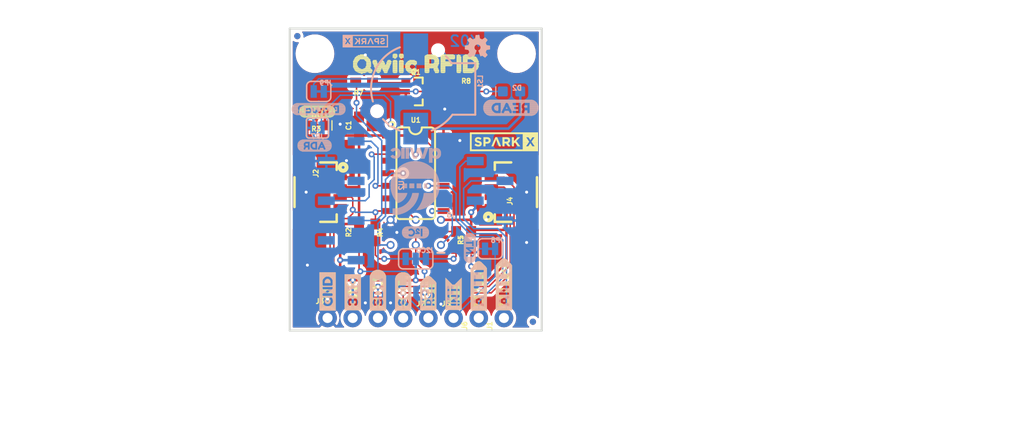
<source format=kicad_pcb>
(kicad_pcb (version 20211014) (generator pcbnew)
  (layers (0 "F.Cu" signal) (31 "B.Cu" signal) (34 "B.Paste" user) (35 "F.Paste" user) (36 "B.SilkS" user "B.Silkscreen") (37 "F.SilkS" user "F.Silkscreen") (38 "B.Mask" user) (39 "F.Mask" user) (44 "Edge.Cuts" user))
  (net 0 "")
  (net 1 "3.3V")
  (net 2 "GND")
  (net 3 "~{INT}")
  (net 4 "N$1")
  (net 5 "N$3")
  (net 6 "N$6")
  (net 7 "ANT1")
  (net 8 "ANT2")
  (net 9 "MISO")
  (net 10 "SCL/SCK")
  (net 11 "SDA/MOSI")
  (net 12 "~{RST}")
  (net 13 "N$2")
  (net 14 "N$4")
  (net 15 "DATA_UART")
  (net 16 "TAG_IN_RANGE")
  (net 17 "N$7")
  (net 18 "LED_BUZZ")
  (net 19 "N$8")
  (net 20 "N$5")
  (net 21 "N$9")
  (footprint "eagleBoard:CREATIVE_COMMONS" (layer "F.Cu") (at 126.9111 130.4036)
    (fp_text reference "FRAME1" hide)
    (fp_text value "FRAME-LETTER" hide)
  )
  (footprint "eagleBoard:1X04_1MM_RA" (layer "F.Cu") (at 140.8811 106.2736 -90)
    (fp_text reference "J2" (at -1.397 2.159 -90) (layer "F.SilkS") (effects (font (size 0.48768 0.48768) (thickness 0.12192)) (justify left bottom)))
    (fp_text value "")
    (pad "1" smd rect (at -1.5 0 270) (size 0.6 1.35) (layers "F.Cu" "F.Paste" "F.Mask") (net 2 "GND"))
    (pad "2" smd rect (at -0.5 0 270) (size 0.6 1.35) (layers "F.Cu" "F.Paste" "F.Mask") (net 1 "3.3V"))
    (pad "3" smd rect (at 0.5 0 270) (size 0.6 1.35) (layers "F.Cu" "F.Paste" "F.Mask") (net 11 "SDA/MOSI"))
    (pad "4" smd rect (at 1.5 0 270) (size 0.6 1.35) (layers "F.Cu" "F.Paste" "F.Mask") (net 10 "SCL/SCK"))
    (pad "NC1" smd rect (at 2.8 3.675 270) (size 1.2 2) (layers "F.Cu" "F.Paste" "F.Mask"))
    (pad "NC2" smd rect (at -2.8 3.675 270) (size 1.2 2) (layers "F.Cu" "F.Paste" "F.Mask"))
  )
  (footprint "eagleBoard:SO14" (layer "F.Cu") (at 148.5011 103.7336 -90)
    (fp_text reference "U1" (at -4.445 0) (layer "F.SilkS") (effects (font (size 0.48768 0.48768) (thickness 0.12192)) (justify bottom)))
    (fp_text value "ATTINY84-ARDUINO")
    (pad "1" smd rect (at -3.175 2.8 270) (size 0.6 1.2) (layers "F.Cu" "F.Paste" "F.Mask") (net 1 "3.3V"))
    (pad "2" smd rect (at -1.905 2.8 270) (size 0.6 1.2) (layers "F.Cu" "F.Paste" "F.Mask"))
    (pad "3" smd rect (at -0.635 2.8 270) (size 0.6 1.2) (layers "F.Cu" "F.Paste" "F.Mask"))
    (pad "4" smd rect (at 0.635 2.8 270) (size 0.6 1.2) (layers "F.Cu" "F.Paste" "F.Mask") (net 12 "~{RST}"))
    (pad "5" smd rect (at 1.905 2.8 270) (size 0.6 1.2) (layers "F.Cu" "F.Paste" "F.Mask") (net 16 "TAG_IN_RANGE"))
    (pad "6" smd rect (at 3.175 2.8 270) (size 0.6 1.2) (layers "F.Cu" "F.Paste" "F.Mask"))
    (pad "7" smd rect (at 4.445 2.8 270) (size 0.6 1.2) (layers "F.Cu" "F.Paste" "F.Mask") (net 11 "SDA/MOSI"))
    (pad "8" smd rect (at 4.445 -2.8 270) (size 0.6 1.2) (layers "F.Cu" "F.Paste" "F.Mask") (net 9 "MISO"))
    (pad "9" smd rect (at 3.175 -2.8 270) (size 0.6 1.2) (layers "F.Cu" "F.Paste" "F.Mask") (net 10 "SCL/SCK"))
    (pad "10" smd rect (at 1.905 -2.8 270) (size 0.6 1.2) (layers "F.Cu" "F.Paste" "F.Mask") (net 3 "~{INT}"))
    (pad "11" smd rect (at 0.635 -2.8 270) (size 0.6 1.2) (layers "F.Cu" "F.Paste" "F.Mask") (net 15 "DATA_UART"))
    (pad "12" smd rect (at -0.635 -2.8 270) (size 0.6 1.2) (layers "F.Cu" "F.Paste" "F.Mask"))
    (pad "13" smd rect (at -1.905 -2.8 270) (size 0.6 1.2) (layers "F.Cu" "F.Paste" "F.Mask") (net 6 "N$6"))
    (pad "14" smd rect (at -3.175 -2.8 270) (size 0.6 1.2) (layers "F.Cu" "F.Paste" "F.Mask") (net 2 "GND"))
  )
  (footprint "eagleBoard:GND-04" (layer "F.Cu") (at 139.6111 118.7196 90)
    (fp_text reference "U$9" hide)
    (fp_text value "" hide)
  )
  (footprint "eagleBoard:0603" (layer "F.Cu") (at 153.5811 96.1136)
    (fp_text reference "R8" (at 0 -0.762) (layer "F.SilkS") (effects (font (size 0.48768 0.48768) (thickness 0.12192)) (justify bottom)))
    (fp_text value "1k")
    (pad "1" smd rect (at -0.85 0) (size 1.1 1) (layers "F.Cu" "F.Paste" "F.Mask") (net 19 "N$8"))
    (pad "2" smd rect (at 0.85 0) (size 1.1 1) (layers "F.Cu" "F.Paste" "F.Mask") (net 20 "N$5"))
  )
  (footprint "eagleBoard:MICRO-FIDUCIAL" (layer "F.Cu") (at 136.5631 90.5256)
    (fp_text reference "JP6" hide)
    (fp_text value "FIDUCIALUFIDUCIAL" hide)
    (pad "1" smd roundrect (at 0 0) (size 0.635 0.635) (layers "F.Cu" "F.Mask") (roundrect_rratio 0.5))
  )
  (footprint "eagleBoard:STAND-OFF" (layer "F.Cu") (at 138.3411 92.3036)
    (fp_text reference "JP3" hide)
    (fp_text value "STAND-OFF" hide)
    (pad "" np_thru_hole circle (at 0 0) (size 3.302 3.302) (drill 3.302) (layers *.Cu *.Mask))
  )
  (footprint "eagleBoard:1X01_NO_SILK" (layer "F.Cu") (at 149.7711 118.9736)
    (fp_text reference "J7" (at -1.27 -1.143) (layer "F.SilkS") (effects (font (size 0.48768 0.48768) (thickness 0.12192)) (justify left bottom)))
    (fp_text value "")
    (pad "1" thru_hole circle (at 0 0 90) (size 1.8796 1.8796) (drill 1.016) (layers *.Cu *.Mask) (net 12 "~{RST}"))
  )
  (footprint "eagleBoard:SOT23-3" (layer "F.Cu") (at 148.5011 96.1136 -90)
    (fp_text reference "Q1" (at -1.651 0) (layer "F.SilkS") (effects (font (size 0.48768 0.48768) (thickness 0.12192)) (justify bottom)))
    (fp_text value "600mA/40V")
    (pad "1" smd rect (at -0.95 1 270) (size 0.8 0.9) (layers "F.Cu" "F.Paste" "F.Mask") (net 17 "N$7"))
    (pad "2" smd rect (at 0.95 1 270) (size 0.8 0.9) (layers "F.Cu" "F.Paste" "F.Mask") (net 2 "GND"))
    (pad "3" smd rect (at 0 -1.1 270) (size 0.8 0.9) (layers "F.Cu" "F.Paste" "F.Mask") (net 19 "N$8"))
  )
  (footprint "eagleBoard:1X01_NO_SILK" (layer "F.Cu") (at 157.3911 118.9736 90)
    (fp_text reference "J1" (at -1.27 -1.143 90) (layer "F.SilkS") (effects (font (size 0.48768 0.48768) (thickness 0.12192)) (justify left bottom)))
    (fp_text value "")
    (pad "1" thru_hole circle (at 0 0 180) (size 1.8796 1.8796) (drill 1.016) (layers *.Cu *.Mask) (net 7 "ANT1"))
  )
  (footprint "eagleBoard:0603" (layer "F.Cu") (at 144.4371 110.3376 -90)
    (fp_text reference "R4" (at 0 -0.762 -90) (layer "F.SilkS") (effects (font (size 0.48768 0.48768) (thickness 0.12192)) (justify bottom)))
    (fp_text value "2.2k")
    (pad "1" smd rect (at -0.85 0 270) (size 1.1 1) (layers "F.Cu" "F.Paste" "F.Mask") (net 11 "SDA/MOSI"))
    (pad "2" smd rect (at 0.85 0 270) (size 1.1 1) (layers "F.Cu" "F.Paste" "F.Mask") (net 13 "N$2"))
  )
  (footprint "eagleBoard:0603" (layer "F.Cu") (at 154.0891 111.0996 90)
    (fp_text reference "R1" (at 0 -0.762 90) (layer "F.SilkS") (effects (font (size 0.48768 0.48768) (thickness 0.12192)) (justify bottom)))
    (fp_text value "10k")
    (pad "1" smd rect (at -0.85 0 90) (size 1.1 1) (layers "F.Cu" "F.Paste" "F.Mask") (net 14 "N$4"))
    (pad "2" smd rect (at 0.85 0 90) (size 1.1 1) (layers "F.Cu" "F.Paste" "F.Mask") (net 1 "3.3V"))
  )
  (footprint "eagleBoard:STAND-OFF" (layer "F.Cu") (at 158.6611 92.3036)
    (fp_text reference "JP4" hide)
    (fp_text value "STAND-OFF" hide)
    (pad "" np_thru_hole circle (at 0 0) (size 3.302 3.302) (drill 3.302) (layers *.Cu *.Mask))
  )
  (footprint "eagleBoard:ANT20" (layer "F.Cu") (at 157.3911 118.7196 90)
    (fp_text reference "U$17" hide)
    (fp_text value "" hide)
  )
  (footprint "eagleBoard:1X01_NO_SILK" (layer "F.Cu") (at 154.8511 118.9736 90)
    (fp_text reference "J6" (at -1.27 -1.143 90) (layer "F.SilkS") (effects (font (size 0.48768 0.48768) (thickness 0.12192)) (justify left bottom)))
    (fp_text value "")
    (pad "1" thru_hole circle (at 0 0 180) (size 1.8796 1.8796) (drill 1.016) (layers *.Cu *.Mask) (net 8 "ANT2"))
  )
  (footprint "eagleBoard:LED-0603" (layer "F.Cu") (at 138.4681 99.5426)
    (fp_text reference "D1" (at 0 -0.635) (layer "F.SilkS") (effects (font (size 0.48768 0.48768) (thickness 0.12192)) (justify bottom)))
    (fp_text value "RED")
    (pad "A" smd roundrect (at -0.877 0 270) (size 1 1) (layers "F.Cu" "F.Paste" "F.Mask") (roundrect_rratio 0.15) (net 5 "N$3"))
    (pad "C" smd roundrect (at 0.877 0 270) (size 1 1) (layers "F.Cu" "F.Paste" "F.Mask") (roundrect_rratio 0.15) (net 2 "GND"))
  )
  (footprint "eagleBoard:0603" (layer "F.Cu") (at 138.4681 100.9396)
    (fp_text reference "R3" (at 0 -0.762) (layer "F.SilkS") (effects (font (size 0.48768 0.48768) (thickness 0.12192)) (justify bottom)))
    (fp_text value "1k")
    (pad "1" smd rect (at -0.85 0) (size 1.1 1) (layers "F.Cu" "F.Paste" "F.Mask") (net 5 "N$3"))
    (pad "2" smd rect (at 0.85 0) (size 1.1 1) (layers "F.Cu" "F.Paste" "F.Mask") (net 1 "3.3V"))
  )
  (footprint "eagleBoard:0603" (layer "F.Cu") (at 143.2941 95.2246 180)
    (fp_text reference "R7" (at 0 -0.762 180) (layer "F.SilkS") (effects (font (size 0.48768 0.48768) (thickness 0.12192)) (justify right top)))
    (fp_text value "1k")
    (pad "1" smd rect (at -0.85 0 180) (size 1.1 1) (layers "F.Cu" "F.Paste" "F.Mask") (net 17 "N$7"))
    (pad "2" smd rect (at 0.85 0 180) (size 1.1 1) (layers "F.Cu" "F.Paste" "F.Mask") (net 18 "LED_BUZZ"))
  )
  (footprint "eagleBoard:1X04_1MM_RA" (layer "F.Cu") (at 156.1211 106.2736 90)
    (fp_text reference "J4" (at -1.397 2.159 90) (layer "F.SilkS") (effects (font (size 0.48768 0.48768) (thickness 0.12192)) (justify left bottom)))
    (fp_text value "")
    (pad "1" smd rect (at -1.5 0 90) (size 0.6 1.35) (layers "F.Cu" "F.Paste" "F.Mask") (net 2 "GND"))
    (pad "2" smd rect (at -0.5 0 90) (size 0.6 1.35) (layers "F.Cu" "F.Paste" "F.Mask") (net 1 "3.3V"))
    (pad "3" smd rect (at 0.5 0 90) (size 0.6 1.35) (layers "F.Cu" "F.Paste" "F.Mask") (net 11 "SDA/MOSI"))
    (pad "4" smd rect (at 1.5 0 90) (size 0.6 1.35) (layers "F.Cu" "F.Paste" "F.Mask") (net 10 "SCL/SCK"))
    (pad "NC1" smd rect (at 2.8 3.675 90) (size 1.2 2) (layers "F.Cu" "F.Paste" "F.Mask"))
    (pad "NC2" smd rect (at -2.8 3.675 90) (size 1.2 2) (layers "F.Cu" "F.Paste" "F.Mask"))
  )
  (footprint "eagleBoard:0603" (layer "F.Cu") (at 152.5651 111.0996 -90)
    (fp_text reference "R5" (at 0 -0.762 -90) (layer "F.SilkS") (effects (font (size 0.48768 0.48768) (thickness 0.12192)) (justify bottom)))
    (fp_text value "2.2k")
    (pad "1" smd rect (at -0.85 0 270) (size 1.1 1) (layers "F.Cu" "F.Paste" "F.Mask") (net 10 "SCL/SCK"))
    (pad "2" smd rect (at 0.85 0 270) (size 1.1 1) (layers "F.Cu" "F.Paste" "F.Mask") (net 4 "N$1"))
  )
  (footprint "eagleBoard:SDA-[)" (layer "F.Cu") (at 144.6911 118.7196 90)
    (fp_text reference "U$6" hide)
    (fp_text value "" hide)
  )
  (footprint "eagleBoard:QWIIC_RFID0" (layer "F.Cu") (at 140.5001 93.3196)
    (fp_text reference "U$19" hide)
    (fp_text value "" hide)
  )
  (footprint "eagleBoard:SPARKX-SMALL" (layer "F.Cu") (at 157.3911 101.1936)
    (fp_text reference "U$4" hide)
    (fp_text value "SPARKX-LOGO3" hide)
  )
  (footprint "eagleBoard:1X04_NO_SILK" (layer "F.Cu") (at 139.6111 118.9736)
    (fp_text reference "J3" (at -1.27 -1.397) (layer "F.SilkS") (effects (font (size 0.48768 0.48768) (thickness 0.12192)) (justify left bottom)))
    (fp_text value "PTH")
    (pad "1" thru_hole circle (at 0 0 90) (size 1.8796 1.8796) (drill 1.016) (layers *.Cu *.Mask) (net 2 "GND"))
    (pad "2" thru_hole circle (at 2.54 0 90) (size 1.8796 1.8796) (drill 1.016) (layers *.Cu *.Mask) (net 1 "3.3V"))
    (pad "3" thru_hole circle (at 5.08 0 90) (size 1.8796 1.8796) (drill 1.016) (layers *.Cu *.Mask) (net 11 "SDA/MOSI"))
    (pad "4" thru_hole circle (at 7.62 0 90) (size 1.8796 1.8796) (drill 1.016) (layers *.Cu *.Mask) (net 10 "SCL/SCK"))
  )
  (footprint "eagleBoard:MICRO-FIDUCIAL" (layer "F.Cu") (at 160.3121 119.3546)
    (fp_text reference "JP2" hide)
    (fp_text value "FIDUCIALUFIDUCIAL" hide)
    (pad "1" smd roundrect (at 0 0) (size 0.635 0.635) (layers "F.Cu" "F.Mask") (roundrect_rratio 0.5))
  )
  (footprint "eagleBoard:0603" (layer "F.Cu") (at 142.7861 99.5426 90)
    (fp_text reference "C1" (at 0 -0.762 90) (layer "F.SilkS") (effects (font (size 0.48768 0.48768) (thickness 0.12192)) (justify bottom)))
    (fp_text value "0.1uF")
    (pad "1" smd rect (at -0.85 0 90) (size 1.1 1) (layers "F.Cu" "F.Paste" "F.Mask") (net 1 "3.3V"))
    (pad "2" smd rect (at 0.85 0 90) (size 1.1 1) (layers "F.Cu" "F.Paste" "F.Mask") (net 2 "GND"))
  )
  (footprint "eagleBoard:SCL-[)" (layer "F.Cu") (at 147.2311 118.7196 90)
    (fp_text reference "U$7" hide)
    (fp_text value "" hide)
  )
  (footprint "eagleBoard:PWR-()-03" (layer "F.Cu") (at 136.6901 98.1456)
    (fp_text reference "U$14" hide)
    (fp_text value "" hide)
  )
  (footprint "eagleBoard:0603" (layer "F.Cu") (at 142.7861 110.3376 90)
    (fp_text reference "R2" (at 0 -0.762 90) (layer "F.SilkS") (effects (font (size 0.48768 0.48768) (thickness 0.12192)) (justify bottom)))
    (fp_text value "10k")
    (pad "1" smd rect (at -0.85 0 90) (size 1.1 1) (layers "F.Cu" "F.Paste" "F.Mask") (net 12 "~{RST}"))
    (pad "2" smd rect (at 0.85 0 90) (size 1.1 1) (layers "F.Cu" "F.Paste" "F.Mask") (net 1 "3.3V"))
  )
  (footprint "eagleBoard:INT#-[_" (layer "F.Cu") (at 152.3111 118.8466 90)
    (fp_text reference "U$11" hide)
    (fp_text value "" hide)
  )
  (footprint "eagleBoard:ANT10" (layer "F.Cu") (at 154.8511 118.7196 90)
    (fp_text reference "U$16" hide)
    (fp_text value "" hide)
  )
  (footprint "eagleBoard:RST#-[_" (layer "F.Cu") (at 149.7711 118.8466 90)
    (fp_text reference "U$5" hide)
    (fp_text value "" hide)
  )
  (footprint "eagleBoard:3V3-04" (layer "F.Cu") (at 142.1511 118.7196 90)
    (fp_text reference "U$10" hide)
    (fp_text value "" hide)
  )
  (footprint "eagleBoard:1X01_NO_SILK" (layer "F.Cu") (at 152.3111 118.9736)
    (fp_text reference "J5" (at -1.27 -1.143) (layer "F.SilkS") (effects (font (size 0.48768 0.48768) (thickness 0.12192)) (justify left bottom)))
    (fp_text value "")
    (pad "1" thru_hole circle (at 0 0 90) (size 1.8796 1.8796) (drill 1.016) (layers *.Cu *.Mask) (net 3 "~{INT}"))
  )
  (footprint "eagleBoard:ANT10" (layer "B.Cu") (at 154.8511 118.7196 90)
    (fp_text reference "U$20" hide)
    (fp_text value "" hide)
  )
  (footprint "eagleBoard:ID-12_SMD" (layer "B.Cu") (at 148.5011 106.1466 -90)
    (fp_text reference "U2" (at -0.555 1.1614 90) (layer "B.SilkS") (effects (font (size 0.48768 0.48768) (thickness 0.12192)) (justify bottom mirror)))
    (fp_text value "ID-12/20SMD")
    (pad "1" smd rect (at 2.9934 -8.9982 270) (size 0.85 1.7) (layers "B.Cu" "B.Paste" "B.Mask") (net 2 "GND"))
    (pad "2" smd rect (at 0.9934 -5.9982 270) (size 0.85 1.7) (layers "B.Cu" "B.Paste" "B.Mask") (net 1 "3.3V"))
    (pad "3" smd rect (at -1.0066 -8.9982 270) (size 0.85 1.7) (layers "B.Cu" "B.Paste" "B.Mask") (net 7 "ANT1"))
    (pad "4" smd rect (at -3.0066 -5.9982 270) (size 0.85 1.7) (layers "B.Cu" "B.Paste" "B.Mask") (net 8 "ANT2"))
    (pad "5" smd rect (at -5.0066 -8.9982 270) (size 0.85 1.7) (layers "B.Cu" "B.Paste" "B.Mask"))
    (pad "6" smd rect (at -5.0066 6.0132 270) (size 0.85 1.7) (layers "B.Cu" "B.Paste" "B.Mask") (net 16 "TAG_IN_RANGE"))
    (pad "7" smd rect (at -3.0066 9.0132 270) (size 0.85 1.7) (layers "B.Cu" "B.Paste" "B.Mask") (net 2 "GND"))
    (pad "8" smd rect (at -1.0066 6.0132 270) (size 0.85 1.7) (layers "B.Cu" "B.Paste" "B.Mask"))
    (pad "9" smd rect (at 0.9934 9.0132 270) (size 0.85 1.7) (layers "B.Cu" "B.Paste" "B.Mask") (net 15 "DATA_UART"))
    (pad "10" smd rect (at 2.9934 6.0132 270) (size 0.85 1.7) (layers "B.Cu" "B.Paste" "B.Mask") (net 18 "LED_BUZZ"))
    (pad "11" smd rect (at 6.9934 6.0132 270) (size 0.85 1.7) (layers "B.Cu" "B.Paste" "B.Mask") (net 1 "3.3V"))
    (pad "NC" smd rect (at 4.9934 9.0132 270) (size 0.85 1.7) (layers "B.Cu" "B.Paste" "B.Mask"))
  )
  (footprint "eagleBoard:LED-0603" (layer "B.Cu") (at 158.1531 96.1136 180)
    (fp_text reference "D2" (at 0 0.635) (layer "B.SilkS") (effects (font (size 0.48768 0.48768) (thickness 0.12192)) (justify right top mirror)))
    (fp_text value "BLUE")
    (pad "A" smd roundrect (at -0.877 0 270) (size 1 1) (layers "B.Cu" "B.Paste" "B.Mask") (roundrect_rratio 0.15) (net 1 "3.3V"))
    (pad "C" smd roundrect (at 0.877 0 270) (size 1 1) (layers "B.Cu" "B.Paste" "B.Mask") (roundrect_rratio 0.15) (net 20 "N$5"))
  )
  (footprint "eagleBoard:SMT-JUMPER_2_NC_TRACE_SILK" (layer "B.Cu") (at 138.7221 96.1136 180)
    (fp_text reference "JP9" (at 0 1.143) (layer "B.SilkS") (effects (font (size 0.48768 0.48768) (thickness 0.12192)) (justify right top mirror)))
    (fp_text value "BUZZ")
    (fp_poly (pts (xy -0.2032 -0.127) (xy 0.2032 -0.127) (xy 0.2032 0.127) (xy -0.2032 0.127)) (layer "B.Cu") (width 0) (fill solid))
    (pad "1" smd rect (at -0.508 0 180) (size 0.635 1.27) (layers "B.Cu" "B.Mask") (net 19 "N$8"))
    (pad "2" smd rect (at 0.508 0 180) (size 0.635 1.27) (layers "B.Cu" "B.Mask") (net 21 "N$9"))
  )
  (footprint "eagleBoard:SMT-JUMPER_3_2-NC_TRACE_SILK" (layer "B.Cu") (at 148.5011 113.0046 180)
    (fp_text reference "I2C0" (at 0 1.143) (layer "B.SilkS") (effects (font (size 0.48768 0.48768) (thickness 0.12192)) (justify right top mirror)))
    (fp_text value "")
    (fp_poly (pts (xy 0.3048 -0.127) (xy 0.7112 -0.127) (xy 0.7112 0.127) (xy 0.3048 0.127)) (layer "B.Cu") (width 0) (fill solid))
    (fp_poly (pts (xy -0.7112 -0.127) (xy -0.3048 -0.127) (xy -0.3048 0.127) (xy -0.7112 0.127)) (layer "B.Cu") (width 0) (fill solid))
    (pad "1" smd rect (at -1.016 0 180) (size 0.635 1.27) (layers "B.Cu" "B.Mask") (net 4 "N$1"))
    (pad "2" smd rect (at 0 0 180) (size 0.635 1.27) (layers "B.Cu" "B.Mask") (net 1 "3.3V"))
    (pad "3" smd rect (at 1.016 0 180) (size 0.635 1.27) (layers "B.Cu" "B.Mask") (net 13 "N$2"))
  )
  (footprint "eagleBoard:MICRO-FIDUCIAL" (layer "B.Cu") (at 160.3121 119.3546 180)
    (fp_text reference "JP5" hide)
    (fp_text value "FIDUCIALUFIDUCIAL" hide)
    (pad "1" smd roundrect (at 0 0 180) (size 0.635 0.635) (layers "B.Cu" "B.Mask") (roundrect_rratio 0.5))
  )
  (footprint "eagleBoard:OSHW-LOGO-MINI" (layer "B.Cu") (at 154.7241 91.6686 180)
    (fp_text reference "LOGO1" hide)
    (fp_text value "OSHW-LOGOMINI" hide)
  )
  (footprint "eagleBoard:SCL-[)" (layer "B.Cu") (at 147.2311 118.7196 90)
    (fp_text reference "U$22" hide)
    (fp_text value "" hide)
  )
  (footprint "eagleBoard:SMT-JUMPER_2_NC_TRACE_SILK" (layer "B.Cu") (at 155.9941 111.9886 180)
    (fp_text reference "JP8" (at 0 1.143) (layer "B.SilkS") (effects (font (size 0.48768 0.48768) (thickness 0.12192)) (justify right top mirror)))
    (fp_text value "INT")
    (fp_poly (pts (xy -0.2032 -0.127) (xy 0.2032 -0.127) (xy 0.2032 0.127) (xy -0.2032 0.127)) (layer "B.Cu") (width 0) (fill solid))
    (pad "1" smd rect (at -0.508 0 180) (size 0.635 1.27) (layers "B.Cu" "B.Mask") (net 3 "~{INT}"))
    (pad "2" smd rect (at 0.508 0 180) (size 0.635 1.27) (layers "B.Cu" "B.Mask") (net 14 "N$4"))
  )
  (footprint "eagleBoard:3V3-04" (layer "B.Cu") (at 142.1511 118.7196 90)
    (fp_text reference "U$24" hide)
    (fp_text value "" hide)
  )
  (footprint "eagleBoard:SDA-[)" (layer "B.Cu") (at 144.6911 118.7196 90)
    (fp_text reference "U$23" hide)
    (fp_text value "" hide)
  )
  (footprint "eagleBoard:SMT-JUMPER_2_NO_SILK" (layer "B.Cu") (at 138.5951 99.7966)
    (fp_text reference "JP7" (at 0 1.143 180) (layer "B.SilkS") (effects (font (size 0.48768 0.48768) (thickness 0.12192)) (justify bottom mirror)))
    (fp_text value "ADR")
    (pad "1" smd rect (at -0.4064 0) (size 0.635 1.27) (layers "B.Cu" "B.Mask") (net 2 "GND"))
    (pad "2" smd rect (at 0.4064 0) (size 0.635 1.27) (layers "B.Cu" "B.Mask") (net 6 "N$6"))
  )
  (footprint "eagleBoard:2X3_TEST_POINTS" (layer "B.Cu") (at 148.5011 110.3376 180)
    (fp_text reference "J8" (at -3.048 2.032) (layer "B.SilkS") (effects (font (size 0.48768 0.48768) (thickness 0.12192)) (justify right top mirror)))
    (fp_text value "AVR_SPI_PROG_3X2TESTPOINTS")
    (pad "1" thru_hole circle (at -2.54 -1.27 180) (size 0.8128 0.8128) (drill 0.508) (layers *.Cu) (net 9 "MISO"))
    (pad "2" thru_hole circle (at -2.54 1.27 180) (size 0.8128 0.8128) (drill 0.508) (layers *.Cu) (net 1 "3.3V"))
    (pad "3" thru_hole circle (at 0 -1.27 180) (size 0.8128 0.8128) (drill 0.508) (layers *.Cu) (net 10 "SCL/SCK"))
    (pad "4" thru_hole circle (at 0 1.27 180) (size 0.8128 0.8128) (drill 0.508) (layers *.Cu) (net 11 "SDA/MOSI"))
    (pad "5" thru_hole circle (at 2.54 -1.27 180) (size 0.8128 0.8128) (drill 0.508) (layers *.Cu) (net 12 "~{RST}"))
    (pad "6" thru_hole circle (at 2.54 1.27 180) (size 0.8128 0.8128) (drill 0.508) (layers *.Cu) (net 2 "GND"))
  )
  (footprint "eagleBoard:SPARKX-TINY" (layer "B.Cu") (at 143.4211 91.0336 180)
    (fp_text reference "U$1" hide)
    (fp_text value "" hide)
  )
  (footprint "eagleBoard:INT#-[_" (layer "B.Cu") (at 152.3111 118.8466 90)
    (fp_text reference "U$21" hide)
    (fp_text value "" hide)
  )
  (footprint "eagleBoard:BUZZER-CCV" (layer "B.Cu") (at 148.5011 95.8596 -90)
    (fp_text reference "LS1" (at 0 -6.223 90) (layer "B.SilkS") (effects (font (size 0.48768 0.48768) (thickness 0.12192)) (justify right top mirror)))
    (fp_text value "BUZZER-SMD")
    (pad "" np_thru_hole circle (at -3.9 -2.25 270) (size 0.8 0.8) (drill 0.8) (layers *.Cu *.Mask))
    (pad "" np_thru_hole circle (at 2.25 3.9 270) (size 0.8 0.8) (drill 0.8) (layers *.Cu *.Mask))
    (pad "+" smd rect (at 4 0 270) (size 3.2 2.5) (layers "B.Cu" "B.Paste" "B.Mask") (net 1 "3.3V"))
    (pad "-" smd rect (at -4 0 270) (size 3.2 2.5) (layers "B.Cu" "B.Paste" "B.Mask") (net 21 "N$9"))
  )
  (footprint "eagleBoard:QWIIC-LOGO-MEDIUM" (layer "B.Cu") (at 148.5011 105.1306 180)
    (fp_text reference "U$8" hide)
    (fp_text value "" hide)
  )
  (footprint "eagleBoard:MICRO-FIDUCIAL" (layer "B.Cu") (at 136.5631 90.5256 180)
    (fp_text reference "JP1" hide)
    (fp_text value "FIDUCIALUFIDUCIAL" hide)
    (pad "1" smd roundrect (at 0 0 180) (size 0.635 0.635) (layers "B.Cu" "B.Mask") (roundrect_rratio 0.5))
  )
  (footprint "eagleBoard:I_SUPER2_C-()-03" (layer "B.Cu") (at 149.8981 110.3376 180)
    (fp_text reference "U$2" hide)
    (fp_text value "" hide)
  )
  (footprint "eagleBoard:INT0" (layer "B.Cu") (at 153.9621 113.5126 90)
    (fp_text reference "U$13" hide)
    (fp_text value "" hide)
  )
  (footprint "eagleBoard:ADR0" (layer "B.Cu") (at 140.1191 101.5746 180)
    (fp_text reference "U$12" hide)
    (fp_text value "" hide)
  )
  (footprint "eagleBoard:GND-04" (layer "B.Cu") (at 139.6111 118.7196 90)
    (fp_text reference "U$25" hide)
    (fp_text value "" hide)
  )
  (footprint "eagleBoard:READ0" (layer "B.Cu") (at 160.9471 97.7646 180)
    (fp_text reference "U$18" hide)
    (fp_text value "" hide)
  )
  (footprint "eagleBoard:BUZZER0" (layer "B.Cu") (at 141.5161 97.8916 180)
    (fp_text reference "U$15" hide)
    (fp_text value "" hide)
  )
  (footprint "eagleBoard:RST#-[_" (layer "B.Cu") (at 149.7711 118.8466 90)
    (fp_text reference "U$26" hide)
    (fp_text value "" hide)
  )
  (footprint "eagleBoard:ANT20" (layer "B.Cu") (at 157.3911 118.7196 90)
    (fp_text reference "U$3" hide)
    (fp_text value "" hide)
  )
  (gr_line (start 161.2011 120.2436) (end 135.8011 120.2436) (layer "Edge.Cuts") (width 0.2032))
  (gr_line (start 135.8011 89.7636) (end 161.2011 89.7636) (layer "Edge.Cuts") (width 0.2032))
  (gr_line (start 135.8011 120.2436) (end 135.8011 89.7636) (layer "Edge.Cuts") (width 0.2032))
  (gr_line (start 161.2011 89.7636) (end 161.2011 120.2436) (layer "Edge.Cuts") (width 0.2032))
  (gr_text "X02" (at 153.4541 91.0336) (layer "B.Cu") (effects (font (size 1.0795 1.0795) (thickness 0.1905)) (justify mirror)))
  (segment (start 141.3501 109.4876) (end 142.7861 109.4876) (width 0.254) (layer "F.Cu") (net 1))
  (segment (start 142.1511 115.1636) (end 148.5011 115.1636) (width 0.254) (layer "F.Cu") (net 1))
  (segment (start 148.5011 101.1936) (end 147.8661 100.5586) (width 0.254) (layer "F.Cu") (net 1))
  (segment (start 140.8811 109.9566) (end 141.3501 109.4876) (width 0.254) (layer "F.Cu") (net 1))
  (segment (start 142.9521 100.5586) (end 142.7861 100.3926) (width 0.254) (layer "F.Cu") (net 1))
  (segment (start 157.3831 106.7736) (end 157.6451 107.0356) (width 0.254) (layer "F.Cu") (net 1))
  (segment (start 140.7541 100.9396) (end 141.1351 100.5586) (width 0.254) (layer "F.Cu") (net 1))
  (segment (start 154.2551 110.0836) (end 157.6451 110.0836) (width 0.254) (layer "F.Cu") (net 1))
  (segment (start 140.8811 113.1316) (end 140.8811 109.9566) (width 0.254) (layer "F.Cu") (net 1))
  (segment (start 139.3181 100.9396) (end 140.7541 100.9396) (width 0.254) (layer "F.Cu") (net 1))
  (segment (start 141.1351 100.5586) (end 142.7861 100.5586) (width 0.254) (layer "F.Cu") (net 1))
  (segment (start 154.0891 110.2496) (end 154.0891 109.0676) (width 0.254) (layer "F.Cu") (net 1))
  (segment (start 140.8811 114.6556) (end 141.3891 115.1636) (width 0.254) (layer "F.Cu") (net 1))
  (segment (start 140.8811 113.1316) (end 140.8811 114.6556) (width 0.254) (layer "F.Cu") (net 1))
  (segment (start 140.8811 105.7736) (end 142.7781 105.7736) (width 0.254) (layer "F.Cu") (net 1))
  (segment (start 154.0891 110.2496) (end 154.2551 110.0836) (width 0.254) (layer "F.Cu") (net 1))
  (segment (start 148.5011 102.4636) (end 148.5011 101.1936) (width 0.254) (layer "F.Cu") (net 1))
  (segment (start 155.8671 115.1636) (end 157.6451 113.3856) (width 0.254) (layer "F.Cu") (net 1))
  (segment (start 142.7861 105.7656) (end 142.7861 109.4876) (width 0.254) (layer "F.Cu") (net 1))
  (segment (start 142.7861 100.3926) (end 142.7861 100.5586) (width 0.254) (layer "F.Cu") (net 1))
  (segment (start 148.5011 115.1636) (end 155.8671 115.1636) (width 0.254) (layer "F.Cu") (net 1))
  (segment (start 154.0891 109.0676) (end 154.0891 108.3056) (width 0.254) (layer "F.Cu") (net 1))
  (segment (start 141.3891 115.1636) (end 142.1511 115.1636) (width 0.254) (layer "F.Cu") (net 1))
  (segment (start 147.8661 100.5586) (end 145.7011 100.5586) (width 0.254) (layer "F.Cu") (net 1))
  (segment (start 157.6451 110.0836) (end 157.6451 107.0356) (width 0.254) (layer "F.Cu") (net 1))
  (segment (start 151.0411 109.0676) (end 154.0891 109.0676) (width 0.254) (layer "F.Cu") (net 1))
  (segment (start 142.7861 100.5586) (end 142.7861 105.7656) (width 0.254) (layer "F.Cu") (net 1))
  (segment (start 145.7011 100.5586) (end 142.9521 100.5586) (width 0.254) (layer "F.Cu") (net 1))
  (segment (start 156.1211 106.7736) (end 157.3831 106.7736) (width 0.254) (layer "F.Cu") (net 1))
  (segment (start 157.6451 113.3856) (end 157.6451 110.0836) (width 0.254) (layer "F.Cu") (net 1))
  (segment (start 142.7781 105.7736) (end 142.7861 105.7656) (width 0.254) (layer "F.Cu") (net 1))
  (via (at 142.1511 115.1636) (size 0.6096) (drill 0.3048) (layers "F.Cu" "B.Cu") (net 1))
  (via (at 148.5011 115.1636) (size 0.6096) (drill 0.3048) (layers "F.Cu" "B.Cu") (net 1))
  (via (at 140.8811 113.1316) (size 0.6096) (drill 0.3048) (layers "F.Cu" "B.Cu") (net 1))
  (via (at 148.5011 102.4636) (size 0.6096) (drill 0.3048) (layers "F.Cu" "B.Cu") (net 1))
  (via (at 154.0891 108.3056) (size 0.6096) (drill 0.3048) (layers "F.Cu" "B.Cu") (net 1))
  (segment (start 142.4879 113.14) (end 140.8895 113.14) (width 0.254) (layer "B.Cu") (net 1))
  (segment (start 148.5011 99.8596) (end 157.8361 99.8596) (width 0.254) (layer "B.Cu") (net 1))
  (segment (start 148.5011 99.8596) (end 148.5011 102.4636) (width 0.254) (layer "B.Cu") (net 1))
  (segment (start 159.0421 98.6536) (end 159.0421 96.1256) (width 0.254) (layer "B.Cu") (net 1))
  (segment (start 157.8361 99.8596) (end 159.0421 98.6536) (width 0.254) (layer "B.Cu") (net 1))
  (segment (start 142.1511 118.9736) (end 142.1511 115.1636) (width 0.254) (layer "B.Cu") (net 1))
  (segment (start 148.5011 115.1636) (end 148.5011 113.0046) (width 0.254) (layer "B.Cu") (net 1))
  (segment (start 154.0891 108.3056) (end 154.4993 107.8954) (width 0.254) (layer "B.Cu") (net 1))
  (segment (start 140.8895 113.14) (end 140.8811 113.1316) (width 0.254) (layer "B.Cu") (net 1))
  (segment (start 159.0421 96.1256) (end 159.0301 96.1136) (width 0.254) (layer "B.Cu") (net 1))
  (segment (start 154.4993 107.8954) (end 154.4993 107.14) (width 0.254) (layer "B.Cu") (net 1))
  (segment (start 156.1211 108.5596) (end 155.6131 109.0676) (width 0.254) (layer "F.Cu") (net 2))
  (segment (start 156.1211 107.7736) (end 156.1211 108.5596) (width 0.254) (layer "F.Cu") (net 2))
  (via (at 143.4211 92.4306) (size 0.6096) (drill 0.3048) (layers "F.Cu" "B.Cu") (net 2))
  (via (at 139.6111 117.0686) (size 0.6096) (drill 0.3048) (layers "F.Cu" "B.Cu") (net 2))
  (via (at 143.4211 117.4496) (size 0.6096) (drill 0.3048) (layers "F.Cu" "B.Cu") (net 2))
  (via (at 145.9611 117.4496) (size 0.6096) (drill 0.3048) (layers "F.Cu" "B.Cu") (net 2))
  (via (at 151.4221 97.8916) (size 0.6096) (drill 0.3048) (layers "F.Cu" "B.Cu") (net 2))
  (via (at 146.5961 110.3376) (size 0.6096) (drill 0.3048) (layers "F.Cu" "B.Cu") (net 2))
  (via (at 159.6771 111.3536) (size 0.6096) (drill 0.3048) (layers "F.Cu" "B.Cu") (net 2))
  (via (at 137.5791 113.6396) (size 0.6096) (drill 0.3048) (layers "F.Cu" "B.Cu") (net 2))
  (via (at 155.6131 109.0676) (size 0.6096) (drill 0.3048) (layers "F.Cu" "B.Cu") (net 2))
  (via (at 140.8811 99.4156) (size 0.6096) (drill 0.3048) (layers "F.Cu" "B.Cu") (net 2))
  (via (at 137.4521 106.2736) (size 0.6096) (drill 0.3048) (layers "F.Cu" "B.Cu") (net 2))
  (via (at 159.6771 106.2736) (size 0.6096) (drill 0.3048) (layers "F.Cu" "B.Cu") (net 2))
  (via (at 152.9461 101.0666) (size 0.6096) (drill 0.3048) (layers "F.Cu" "B.Cu") (net 2))
  (via (at 151.9301 114.1476) (size 0.6096) (drill 0.3048) (layers "F.Cu" "B.Cu") (net 2))
  (via (at 141.5161 103.0986) (size 0.6096) (drill 0.3048) (layers "F.Cu" "B.Cu") (net 2))
  (via (at 151.0411 117.5766) (size 0.6096) (drill 0.3048) (layers "F.Cu" "B.Cu") (net 2))
  (segment (start 149.7711 105.6386) (end 151.3011 105.6386) (width 0.1524) (layer "F.Cu") (net 3))
  (via (at 149.7711 105.6386) (size 0.6096) (drill 0.3048) (layers "F.Cu" "B.Cu") (net 3))
  (segment (start 156.5021 110.9726) (end 156.5021 111.9886) (width 0.1524) (layer "B.Cu") (net 3))
  (segment (start 151.8031 105.6386) (end 149.7711 105.6386) (width 0.1524) (layer "B.Cu") (net 3))
  (segment (start 154.216843 110.7694) (end 156.2989 110.7694) (width 0.1524) (layer "B.Cu") (net 3))
  (segment (start 152.5651 109.117657) (end 153.556071 110.108629) (width 0.1524) (layer "B.Cu") (net 3))
  (segment (start 153.556071 110.108629) (end 154.216843 110.7694) (width 0.1524) (layer "B.Cu") (net 3))
  (segment (start 156.5021 111.9886) (end 156.5021 114.7826) (width 0.1524) (layer "B.Cu") (net 3))
  (segment (start 156.5021 114.7826) (end 152.3111 118.9736) (width 0.1524) (layer "B.Cu") (net 3))
  (segment (start 152.5651 106.4006) (end 151.8031 105.6386) (width 0.1524) (layer "B.Cu") (net 3))
  (segment (start 156.2989 110.7694) (end 156.5021 110.9726) (width 0.1524) (layer "B.Cu") (net 3))
  (segment (start 152.5651 109.117657) (end 152.5651 106.4006) (width 0.1524) (layer "B.Cu") (net 3))
  (segment (start 152.5651 112.7506) (end 152.3111 113.0046) (width 0.1524) (layer "F.Cu") (net 4))
  (segment (start 152.5651 111.9496) (end 152.5651 112.7506) (width 0.1524) (layer "F.Cu") (net 4))
  (via (at 152.3111 113.0046) (size 0.6096) (drill 0.3048) (layers "F.Cu" "B.Cu") (net 4))
  (segment (start 149.5171 113.0046) (end 152.3111 113.0046) (width 0.1524) (layer "B.Cu") (net 4))
  (segment (start 137.5911 99.5426) (end 137.6181 99.5696) (width 0.1524) (layer "F.Cu") (net 5))
  (segment (start 137.6181 99.5696) (end 137.6181 100.9396) (width 0.1524) (layer "F.Cu") (net 5))
  (segment (start 148.3741 99.9236) (end 146.4691 99.9236) (width 0.1524) (layer "F.Cu") (net 6))
  (segment (start 150.2791 101.8286) (end 148.3741 99.9236) (width 0.1524) (layer "F.Cu") (net 6))
  (segment (start 146.4691 99.9236) (end 145.9611 99.4156) (width 0.1524) (layer "F.Cu") (net 6))
  (segment (start 151.3011 101.8286) (end 150.2791 101.8286) (width 0.1524) (layer "F.Cu") (net 6))
  (via (at 145.9611 99.4156) (size 0.6096) (drill 0.3048) (layers "F.Cu" "B.Cu") (net 6))
  (segment (start 145.9611 97.1296) (end 145.3261 96.4946) (width 0.1524) (layer "B.Cu") (net 6))
  (segment (start 139.0015 99.7966) (end 139.0015 98.3742) (width 0.1524) (layer "B.Cu") (net 6))
  (segment (start 145.9611 99.4156) (end 145.9611 97.1296) (width 0.1524) (layer "B.Cu") (net 6))
  (segment (start 140.8811 96.4946) (end 139.0015 98.3742) (width 0.1524) (layer "B.Cu") (net 6))
  (segment (start 145.3261 96.4946) (end 140.8811 96.4946) (width 0.1524) (layer "B.Cu") (net 6))
  (segment (start 157.4993 105.14) (end 154.0797 105.14) (width 0.1524) (layer "B.Cu") (net 7))
  (segment (start 154.0797 105.14) (end 153.3271 105.8926) (width 0.1524) (layer "B.Cu") (net 7))
  (segment (start 157.6451 118.7196) (end 157.6451 110.8456) (width 0.1524) (layer "B.Cu") (net 7))
  (segment (start 154.3431 109.9566) (end 153.3271 108.9406) (width 0.1524) (layer "B.Cu") (net 7))
  (segment (start 157.3911 118.9736) (end 157.6451 118.7196) (width 0.1524) (layer "B.Cu") (net 7))
  (segment (start 153.3271 105.8926) (end 153.3271 108.9406) (width 0.1524) (layer "B.Cu") (net 7))
  (segment (start 157.6451 110.8456) (end 156.7561 109.9566) (width 0.1524) (layer "B.Cu") (net 7))
  (segment (start 156.7561 109.9566) (end 154.3431 109.9566) (width 0.1524) (layer "B.Cu") (net 7))
  (segment (start 152.9461 103.7336) (end 152.9461 109.0676) (width 0.1524) (layer "B.Cu") (net 8))
  (segment (start 157.2641 114.9096) (end 157.2641 111.0996) (width 0.1524) (layer "B.Cu") (net 8))
  (segment (start 156.6291 110.4646) (end 157.2641 111.0996) (width 0.1524) (layer "B.Cu") (net 8))
  (segment (start 152.9461 109.0676) (end 154.3431 110.4646) (width 0.1524) (layer "B.Cu") (net 8))
  (segment (start 154.4993 103.14) (end 153.5397 103.14) (width 0.1524) (layer "B.Cu") (net 8))
  (segment (start 154.8511 117.3226) (end 157.2641 114.9096) (width 0.1524) (layer "B.Cu") (net 8))
  (segment (start 154.3431 110.4646) (end 156.6291 110.4646) (width 0.1524) (layer "B.Cu") (net 8))
  (segment (start 153.5397 103.14) (end 152.9461 103.7336) (width 0.1524) (layer "B.Cu") (net 8))
  (segment (start 154.8511 118.9736) (end 154.8511 117.3226) (width 0.1524) (layer "B.Cu") (net 8))
  (segment (start 150.1521 108.1786) (end 151.3011 108.1786) (width 0.1524) (layer "F.Cu") (net 9))
  (via (at 150.1521 108.1786) (size 0.6096) (drill 0.3048) (layers "F.Cu" "B.Cu") (net 9))
  (segment (start 151.6761 108.1786) (end 150.1521 108.1786) (width 0.1524) (layer "B.Cu") (net 9))
  (segment (start 152.1841 110.4646) (end 152.1841 108.6866) (width 0.1524) (layer "B.Cu") (net 9))
  (segment (start 151.0411 111.6076) (end 152.1841 110.4646) (width 0.1524) (layer "B.Cu") (net 9))
  (segment (start 152.1841 108.6866) (end 151.6761 108.1786) (width 0.1524) (layer "B.Cu") (net 9))
  (segment (start 149.3901 116.4336) (end 156.1211 116.4336) (width 0.1524) (layer "F.Cu") (net 10))
  (segment (start 140.8811 108.5596) (end 140.8811 107.7736) (width 0.1524) (layer "F.Cu") (net 10))
  (segment (start 148.8431 110.2496) (end 149.2631 110.2496) (width 0.1524) (layer "F.Cu") (net 10))
  (segment (start 139.8651 115.4176) (end 140.8811 116.4336) (width 0.1524) (layer "F.Cu") (net 10))
  (segment (start 148.5011 111.6076) (end 148.5011 113.3856) (width 0.1524) (layer "F.Cu") (net 10))
  (segment (start 149.2631 110.2496) (end 152.5651 110.2496) (width 0.1524) (layer "F.Cu") (net 10))
  (segment (start 149.6441 106.9086) (end 151.3011 106.9086) (width 0.1524) (layer "F.Cu") (net 10))
  (segment (start 139.8651 109.5756) (end 139.8651 115.4176) (width 0.1524) (layer "F.Cu") (net 10))
  (segment (start 158.4071 114.1476) (end 158.4071 105.7656) (width 0.1524) (layer "F.Cu") (net 10))
  (segment (start 148.5011 111.6076) (end 148.5011 110.5916) (width 0.1524) (layer "F.Cu") (net 10))
  (segment (start 147.2311 116.4336) (end 140.8811 116.4336) (width 0.1524) (layer "F.Cu") (net 10))
  (segment (start 149.3021 107.2506) (end 149.3021 110.2106) (width 0.1524) (layer "F.Cu") (net 10))
  (segment (start 149.6441 106.9086) (end 149.3021 107.2506) (width 0.1524) (layer "F.Cu") (net 10))
  (segment (start 156.1211 116.4336) (end 158.4071 114.1476) (width 0.1524) (layer "F.Cu") (net 10))
  (segment (start 149.3021 110.2106) (end 149.2631 110.2496) (width 0.1524) (layer "F.Cu") (net 10))
  (segment (start 147.2311 118.9736) (end 147.2311 116.4336) (width 0.1524) (layer "F.Cu") (net 10))
  (segment (start 148.5011 113.3856) (end 149.3901 114.2746) (width 0.1524) (layer "F.Cu") (net 10))
  (segment (start 148.5011 110.5916) (end 148.8431 110.2496) (width 0.1524) (layer "F.Cu") (net 10))
  (segment (start 139.8651 109.5756) (end 140.8811 108.5596) (width 0.1524) (layer "F.Cu") (net 10))
  (segment (start 147.2311 116.4336) (end 149.3901 116.4336) (width 0.1524) (layer "F.Cu") (net 10))
  (segment (start 156.1211 104.7736) (end 157.4151 104.7736) (width 0.1524) (layer "F.Cu") (net 10))
  (segment (start 157.4151 104.7736) (end 158.4071 105.7656) (width 0.1524) (layer "F.Cu") (net 10))
  (via (at 149.3901 116.4336) (size 0.6096) (drill 0.3048) (layers "F.Cu" "B.Cu") (net 10))
  (via (at 147.2311 116.4336) (size 0.6096) (drill 0.3048) (layers "F.Cu" "B.Cu") (net 10))
  (via (at 149.3901 114.2746) (size 0.6096) (drill 0.3048) (layers "F.Cu" "B.Cu") (net 10))
  (segment (start 149.3901 114.2746) (end 149.3901 116.4336) (width 0.1524) (layer "B.Cu") (net 10))
  (segment (start 141.0081 115.7986) (end 140.2461 115.0366) (width 0.1524) (layer "F.Cu") (net 11))
  (segment (start 144.4371 109.4876) (end 144.4371 108.3056) (width 0.1524) (layer "F.Cu") (net 11))
  (segment (start 141.2621 108.9406) (end 141.6431 108.9406) (width 0.1524) (layer "F.Cu") (net 11))
  (segment (start 142.0161 106.7736) (end 140.8811 106.7736) (width 0.1524) (layer "F.Cu") (net 11))
  (segment (start 156.1211 105.7736) (end 157.3991 105.7736) (width 0.1524) (layer "F.Cu") (net 11))
  (segment (start 142.1511 106.9086) (end 142.0161 106.7736) (width 0.1524) (layer "F.Cu") (net 11))
  (segment (start 157.3991 105.7736) (end 158.0261 106.4006) (width 0.1524) (layer "F.Cu") (net 11))
  (segment (start 147.6121 108.1786) (end 145.7011 108.1786) (width 0.1524) (layer "F.Cu") (net 11))
  (segment (start 144.6911 115.7986) (end 141.0081 115.7986) (width 0.1524) (layer "F.Cu") (net 11))
  (segment (start 140.2461 115.0366) (end 140.2461 109.9566) (width 0.1524) (layer "F.Cu") (net 11))
  (segment (start 148.5011 109.0676) (end 147.6121 108.1786) (width 0.1524) (layer "F.Cu") (net 11))
  (segment (start 155.8671 115.7986) (end 158.0261 113.6396) (width 0.1524) (layer "F.Cu") (net 11))
  (segment (start 142.1511 106.9086) (end 142.1511 108.0516) (width 0.1524) (layer "F.Cu") (net 11))
  (segment (start 144.5641 108.1786) (end 145.7011 108.1786) (width 0.1524) (layer "F.Cu") (net 11))
  (segment (start 142.1511 108.4326) (end 142.1511 108.0516) (width 0.1524) (layer "F.Cu") (net 11))
  (segment (start 158.0261 113.6396) (end 158.0261 106.4006) (width 0.1524) (layer "F.Cu") (net 11))
  (segment (start 140.2461 109.9566) (end 141.2621 108.9406) (width 0.1524) (layer "F.Cu") (net 11))
  (segment (start 144.6911 115.7986) (end 155.8671 115.7986) (width 0.1524) (layer "F.Cu") (net 11))
  (segment (start 144.4371 108.3056) (end 144.5641 108.1786) (width 0.1524) (layer "F.Cu") (net 11))
  (segment (start 141.6431 108.9406) (end 142.1511 108.4326) (width 0.1524) (layer "F.Cu") (net 11))
  (via (at 142.1511 108.0516) (size 0.6096) (drill 0.3048) (layers "F.Cu" "B.Cu") (net 11))
  (via (at 144.6911 115.7986) (size 0.6096) (drill 0.3048) (layers "F.Cu" "B.Cu") (net 11))
  (via (at 144.4371 108.3056) (size 0.6096) (drill 0.3048) (layers "F.Cu" "B.Cu") (net 11))
  (segment (start 144.4371 108.3056) (end 142.4051 108.3056) (width 0.1524) (layer "B.Cu") (net 11))
  (segment (start 144.6911 118.9736) (end 144.6911 115.7986) (width 0.1524) (layer "B.Cu") (net 11))
  (segment (start 142.4051 108.3056) (end 142.1511 108.0516) (width 0.1524) (layer "B.Cu") (net 11))
  (segment (start 145.7011 104.3686) (end 147.2311 104.3686) (width 0.1524) (layer "F.Cu") (net 12))
  (segment (start 142.7861 114.1476) (end 142.9131 114.2746) (width 0.1524) (layer "F.Cu") (net 12))
  (segment (start 142.7861 111.1876) (end 142.7861 114.1476) (width 0.1524) (layer "F.Cu") (net 12))
  (via (at 147.2311 104.3686) (size 0.6096) (drill 0.3048) (layers "F.Cu" "B.Cu") (net 12))
  (via (at 142.9131 114.2746) (size 0.6096) (drill 0.3048) (layers "F.Cu" "B.Cu") (net 12))
  (segment (start 147.8661 117.0686) (end 147.8661 114.6556) (width 0.1524) (layer "B.Cu") (net 12))
  (segment (start 144.6911 111.6076) (end 144.6911 109.4486) (width 0.1524) (layer "B.Cu") (net 12))
  (segment (start 145.4531 105.0036) (end 146.0881 104.3686) (width 0.1524) (layer "B.Cu") (net 12))
  (segment (start 144.6911 114.2746) (end 144.6911 111.6076) (width 0.1524) (layer "B.Cu") (net 12))
  (segment (start 147.4851 114.2746) (end 144.6911 114.2746) (width 0.1524) (layer "B.Cu") (net 12))
  (segment (start 146.0881 104.3686) (end 147.2311 104.3686) (width 0.1524) (layer "B.Cu") (net 12))
  (segment (start 149.7711 118.9736) (end 147.8661 117.0686) (width 0.1524) (layer "B.Cu") (net 12))
  (segment (start 144.6911 109.4486) (end 145.4531 108.6866) (width 0.1524) (layer "B.Cu") (net 12))
  (segment (start 145.4531 108.6866) (end 145.4531 105.0036) (width 0.1524) (layer "B.Cu") (net 12))
  (segment (start 145.9611 111.6076) (end 144.6911 111.6076) (width 0.1524) (layer "B.Cu") (net 12))
  (segment (start 144.6911 114.2746) (end 142.9131 114.2746) (width 0.1524) (layer "B.Cu") (net 12))
  (segment (start 147.8661 114.6556) (end 147.4851 114.2746) (width 0.1524) (layer "B.Cu") (net 12))
  (segment (start 144.4371 112.6236) (end 144.8181 113.0046) (width 0.1524) (layer "F.Cu") (net 13))
  (segment (start 144.4371 111.1876) (end 144.4371 112.6236) (width 0.1524) (layer "F.Cu") (net 13))
  (segment (start 144.8181 113.0046) (end 145.3261 113.0046) (width 0.1524) (layer "F.Cu") (net 13))
  (via (at 145.3261 113.0046) (size 0.6096) (drill 0.3048) (layers "F.Cu" "B.Cu") (net 13))
  (segment (start 145.3261 113.0046) (end 147.4851 113.0046) (width 0.1524) (layer "B.Cu") (net 13))
  (segment (start 154.0891 111.9496) (end 154.0891 113.7666) (width 0.1524) (layer "F.Cu") (net 14))
  (via (at 154.0891 113.7666) (size 0.6096) (drill 0.3048) (layers "F.Cu" "B.Cu") (net 14))
  (segment (start 154.0891 113.7666) (end 154.0891 112.8776) (width 0.1524) (layer "B.Cu") (net 14))
  (segment (start 155.4861 111.9886) (end 154.9781 111.9886) (width 0.1524) (layer "B.Cu") (net 14))
  (segment (start 154.0891 112.8776) (end 154.9781 111.9886) (width 0.1524) (layer "B.Cu") (net 14))
  (segment (start 147.472156 102.443) (end 149.397759 104.3686) (width 0.1524) (layer "F.Cu") (net 15))
  (segment (start 144.0767 102.443) (end 147.472156 102.443) (width 0.1524) (layer "F.Cu") (net 15))
  (segment (start 144.0561 102.4636) (end 144.0767 102.443) (width 0.1524) (layer "F.Cu") (net 15))
  (segment (start 149.397759 104.3686) (end 151.3011 104.3686) (width 0.1524) (layer "F.Cu") (net 15))
  (via (at 144.0561 102.4636) (size 0.6096) (drill 0.3048) (layers "F.Cu" "B.Cu") (net 15))
  (segment (start 139.4879 107.14) (end 143.4211 107.14) (width 0.1524) (layer "B.Cu") (net 15))
  (segment (start 144.0561 102.4636) (end 144.3101 102.7176) (width 0.1524) (layer "B.Cu") (net 15))
  (segment (start 144.3101 105.0036) (end 143.8021 105.5116) (width 0.1524) (layer "B.Cu") (net 15))
  (segment (start 143.8021 105.5116) (end 143.8021 106.759) (width 0.1524) (layer "B.Cu") (net 15))
  (segment (start 143.8021 106.759) (end 143.4211 107.14) (width 0.1524) (layer "B.Cu") (net 15))
  (segment (start 144.3101 102.7176) (end 144.3101 105.0036) (width 0.1524) (layer "B.Cu") (net 15))
  (segment (start 144.4371 105.6386) (end 145.7011 105.6386) (width 0.1524) (layer "F.Cu") (net 16))
  (via (at 144.4371 105.6386) (size 0.6096) (drill 0.3048) (layers "F.Cu" "B.Cu") (net 16))
  (segment (start 144.6911 101.8286) (end 144.4371 101.5746) (width 0.1524) (layer "B.Cu") (net 16))
  (segment (start 144.6911 105.3846) (end 144.6911 101.8286) (width 0.1524) (layer "B.Cu") (net 16))
  (segment (start 144.0025 101.14) (end 144.3736 101.5111) (width 0.1524) (layer "B.Cu") (net 16))
  (segment (start 144.3736 101.5111) (end 144.4371 101.5746) (width 0.1524) (layer "B.Cu") (net 16))
  (segment (start 142.4879 101.14) (end 144.0025 101.14) (width 0.1524) (layer "B.Cu") (net 16))
  (segment (start 144.4371 105.6386) (end 144.6911 105.3846) (width 0.1524) (layer "B.Cu") (net 16))
  (segment (start 144.1441 95.2246) (end 147.4401 95.2246) (width 0.1524) (layer "F.Cu") (net 17))
  (segment (start 147.4401 95.2246) (end 147.5011 95.1636) (width 0.1524) (layer "F.Cu") (net 17))
  (segment (start 142.5321 97.2566) (end 142.5321 95.6446) (width 0.1524) (layer "F.Cu") (net 18))
  (segment (start 142.5321 95.6446) (end 142.2781 95.3906) (width 0.1524) (layer "F.Cu") (net 18))
  (segment (start 142.2781 95.3906) (end 142.4441 95.2246) (width 0.1524) (layer "F.Cu") (net 18))
  (via (at 142.5321 97.2566) (size 0.6096) (drill 0.3048) (layers "F.Cu" "B.Cu") (net 18))
  (segment (start 145.0721 101.0666) (end 142.5321 98.5266) (width 0.1524) (layer "B.Cu") (net 18))
  (segment (start 145.0721 108.5596) (end 145.0721 101.0666) (width 0.1524) (layer "B.Cu") (net 18))
  (segment (start 142.4879 109.14) (end 144.4917 109.14) (width 0.1524) (layer "B.Cu") (net 18))
  (segment (start 142.5321 98.5266) (end 142.5321 97.2566) (width 0.1524) (layer "B.Cu") (net 18))
  (segment (start 144.4917 109.14) (end 145.0721 108.5596) (width 0.1524) (layer "B.Cu") (net 18))
  (segment (start 149.6011 96.1136) (end 148.5011 96.1136) (width 0.1524) (layer "F.Cu") (net 19))
  (segment (start 149.6011 96.1136) (end 152.7311 96.1136) (width 0.1524) (layer "F.Cu") (net 19))
  (via (at 148.5011 96.1136) (size 0.6096) (drill 0.3048) (layers "F.Cu" "B.Cu") (net 19))
  (segment (start 148.5011 96.1136) (end 139.2301 96.1136) (width 0.1524) (layer "B.Cu") (net 19))
  (segment (start 155.6131 96.1136) (end 154.4311 96.1136) (width 0.1524) (layer "F.Cu") (net 20))
  (via (at 155.6131 96.1136) (size 0.6096) (drill 0.3048) (layers "F.Cu" "B.Cu") (net 20))
  (segment (start 155.6131 96.1136) (end 157.2761 96.1136) (width 0.1524) (layer "B.Cu") (net 20))
  (segment (start 147.9931 94.8436) (end 148.5011 94.3356) (width 0.1524) (layer "B.Cu") (net 21))
  (segment (start 138.2141 96.1136) (end 138.2141 95.3516) (width 0.1524) (layer "B.Cu") (net 21))
  (segment (start 138.2141 95.3516) (end 138.7221 94.8436) (width 0.1524) (layer "B.Cu") (net 21))
  (segment (start 148.5011 94.3356) (end 148.5011 91.8596) (width 0.1524) (layer "B.Cu") (net 21))
  (segment (start 138.7221 94.8436) (end 147.9931 94.8436) (width 0.1524) (layer "B.Cu") (net 21))
  (zone (net 2) (net_name "GND") (layer "F.Cu") (priority 6) (connect_pads (clearance 0.3048)) (min_thickness 0.1016) (fill yes (thermal_gap 0.2532) (thermal_bridge_width 0.2532))
    (polygon (pts (xy 161.3027 120.3452) (xy 135.6995 120.3452) (xy 135.6995 89.662) (xy 161.3027 89.662)))
  )
  (zone (net 2) (net_name "GND") (layer "B.Cu") (priority 6) (connect_pads (clearance 0.3048)) (min_thickness 0.1016) (fill yes (thermal_gap 0.2532) (thermal_bridge_width 0.2532))
    (polygon (pts (xy 161.3027 120.3452) (xy 135.6995 120.3452) (xy 135.6995 89.662) (xy 161.3027 89.662)))
  )
)
</source>
